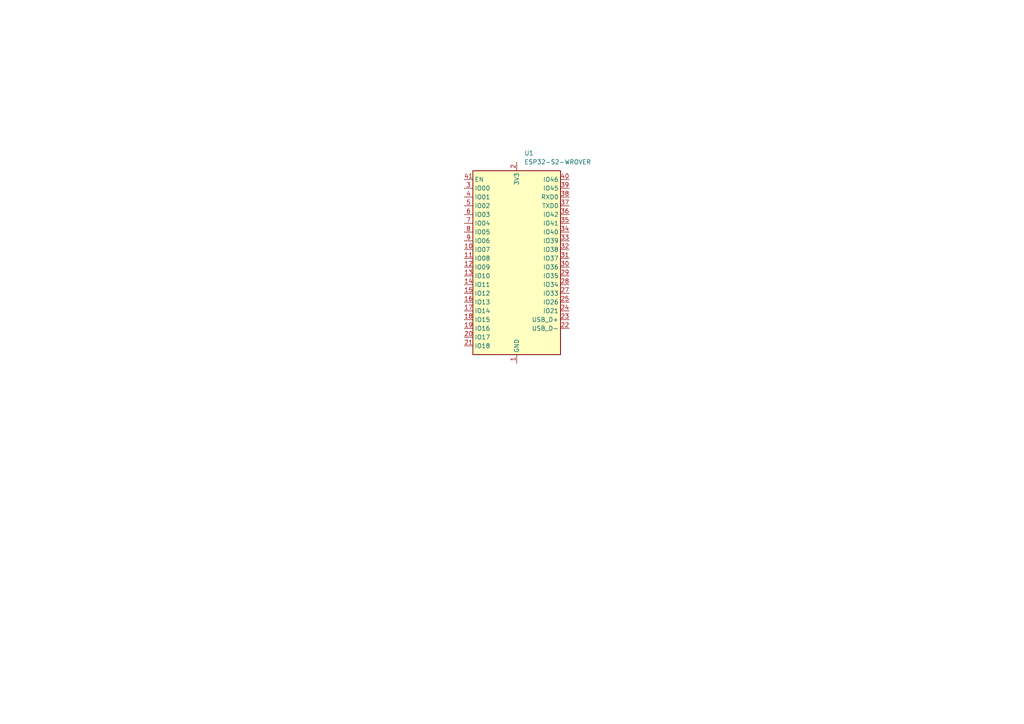
<source format=kicad_sch>
(kicad_sch (version 20231120) (generator "eeschema") (generator_version "8.0")
  (paper "A4")
  (lib_symbols
    (symbol "RF_Module:ESP32-S2-WROVER"
      (property "Reference" "U" (at -12.7 29.21 0))
      (property "Value" "ESP32-S2-WROVER" (at 2.54 29.21 0))
      (symbol "ESP32-S2-WROVER_0_1"
        (rectangle (start -12.7 27.94) (end 12.7 -25.4) (stroke (width 0.254)) (fill (type background)))
      )
      (symbol "ESP32-S2-WROVER_1_1"
        (pin power_in line (at 0 -27.94 90) (length 2.54) (name "GND") (number "1"))
        (pin bidirectional line (at -15.24 5.08 0) (length 2.54) (name "IO07") (number "10"))
        (pin bidirectional line (at -15.24 2.54 0) (length 2.54) (name "IO08") (number "11"))
        (pin bidirectional line (at -15.24 0 0) (length 2.54) (name "IO09") (number "12"))
        (pin bidirectional line (at -15.24 -2.54 0) (length 2.54) (name "IO10") (number "13"))
        (pin bidirectional line (at -15.24 -5.08 0) (length 2.54) (name "IO11") (number "14"))
        (pin bidirectional line (at -15.24 -7.62 0) (length 2.54) (name "IO12") (number "15"))
        (pin bidirectional line (at -15.24 -10.16 0) (length 2.54) (name "IO13") (number "16"))
        (pin bidirectional line (at -15.24 -12.7 0) (length 2.54) (name "IO14") (number "17"))
        (pin bidirectional line (at -15.24 -15.24 0) (length 2.54) (name "IO15") (number "18"))
        (pin bidirectional line (at -15.24 -17.78 0) (length 2.54) (name "IO16") (number "19"))
        (pin power_in line (at 0 30.48 270) (length 2.54) (name "3V3") (number "2"))
        (pin bidirectional line (at -15.24 -20.32 0) (length 2.54) (name "IO17") (number "20"))
        (pin bidirectional line (at -15.24 -22.86 0) (length 2.54) (name "IO18") (number "21"))
        (pin bidirectional line (at 15.24 -17.78 180) (length 2.54) (name "USB_D-") (number "22"))
        (pin bidirectional line (at 15.24 -15.24 180) (length 2.54) (name "USB_D+") (number "23"))
        (pin bidirectional line (at 15.24 -12.7 180) (length 2.54) (name "IO21") (number "24"))
        (pin bidirectional line (at 15.24 -10.16 180) (length 2.54) (name "IO26") (number "25"))
        (pin passive line (at 0 -27.94 90) (length 2.54) hide (name "GND") (number "26"))
        (pin bidirectional line (at 15.24 -7.62 180) (length 2.54) (name "IO33") (number "27"))
        (pin bidirectional line (at 15.24 -5.08 180) (length 2.54) (name "IO34") (number "28"))
        (pin bidirectional line (at 15.24 -2.54 180) (length 2.54) (name "IO35") (number "29"))
        (pin bidirectional line (at -15.24 22.86 0) (length 2.54) (name "IO00") (number "3"))
        (pin bidirectional line (at 15.24 0 180) (length 2.54) (name "IO36") (number "30"))
        (pin bidirectional line (at 15.24 2.54 180) (length 2.54) (name "IO37") (number "31"))
        (pin bidirectional line (at 15.24 5.08 180) (length 2.54) (name "IO38") (number "32"))
        (pin bidirectional line (at 15.24 7.62 180) (length 2.54) (name "IO39") (number "33"))
        (pin bidirectional line (at 15.24 10.16 180) (length 2.54) (name "IO40") (number "34"))
        (pin bidirectional line (at 15.24 12.7 180) (length 2.54) (name "IO41") (number "35"))
        (pin bidirectional line (at 15.24 15.24 180) (length 2.54) (name "IO42") (number "36"))
        (pin bidirectional line (at 15.24 17.78 180) (length 2.54) (name "TXD0") (number "37"))
        (pin bidirectional line (at 15.24 20.32 180) (length 2.54) (name "RXD0") (number "38"))
        (pin bidirectional line (at 15.24 22.86 180) (length 2.54) (name "IO45") (number "39"))
        (pin bidirectional line (at -15.24 20.32 0) (length 2.54) (name "IO01") (number "4"))
        (pin input line (at 15.24 25.4 180) (length 2.54) (name "IO46") (number "40"))
        (pin input line (at -15.24 25.4 0) (length 2.54) (name "EN") (number "41"))
        (pin passive line (at 0 -27.94 90) (length 2.54) hide (name "GND") (number "42"))
        (pin passive line (at 0 -27.94 90) (length 2.54) hide (name "GND") (number "43"))
        (pin bidirectional line (at -15.24 17.78 0) (length 2.54) (name "IO02") (number "5"))
        (pin bidirectional line (at -15.24 15.24 0) (length 2.54) (name "IO03") (number "6"))
        (pin bidirectional line (at -15.24 12.7 0) (length 2.54) (name "IO04") (number "7"))
        (pin bidirectional line (at -15.24 10.16 0) (length 2.54) (name "IO05") (number "8"))
        (pin bidirectional line (at -15.24 7.62 0) (length 2.54) (name "IO06") (number "9"))
      )
    )
  )
  (symbol (lib_id "RF_Module:ESP32-S2-WROVER") (at 149.86 77.47 0) (unit 1)
    (property "Reference" "U1" (at 152.0541 44.45 0) (effects (justify left)))
    (property "Value" "ESP32-S2-WROVER" (at 152.0541 46.99 0) (effects (justify left)))
    (property "Footprint" "RF_Module:ESP32-S2-WROVER" (effects (hide yes)))
    (property "Datasheet" "https://www.espressif.com/sites/default/files/documentation/esp32-s2-wroom_esp32-s2-wroom-i_datasheet_en.pdf" (effects (hide yes)))
    (property "Description" "RF Module, ESP32-D0WDQ6 SoC, Wi-Fi 802.11b/g/n, 32-bit, 2.7-3.6V, onboard antenna, SMD" (effects (hide yes)))
  )
)
</source>
